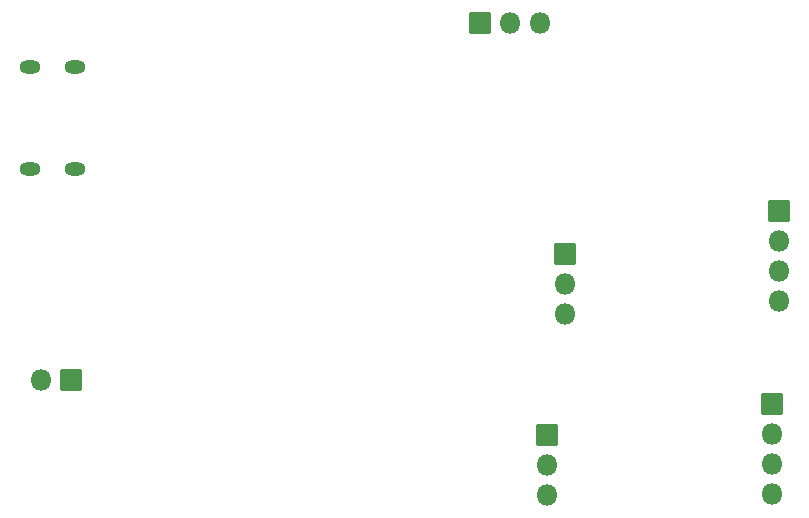
<source format=gbr>
%TF.GenerationSoftware,KiCad,Pcbnew,(6.0.4-0)*%
%TF.CreationDate,2022-10-18T14:28:54-06:00*%
%TF.ProjectId,HX711_710_711_720,48583731-315f-4373-9130-5f3731315f37,rev?*%
%TF.SameCoordinates,Original*%
%TF.FileFunction,Soldermask,Bot*%
%TF.FilePolarity,Negative*%
%FSLAX46Y46*%
G04 Gerber Fmt 4.6, Leading zero omitted, Abs format (unit mm)*
G04 Created by KiCad (PCBNEW (6.0.4-0)) date 2022-10-18 14:28:54*
%MOMM*%
%LPD*%
G01*
G04 APERTURE LIST*
G04 Aperture macros list*
%AMRoundRect*
0 Rectangle with rounded corners*
0 $1 Rounding radius*
0 $2 $3 $4 $5 $6 $7 $8 $9 X,Y pos of 4 corners*
0 Add a 4 corners polygon primitive as box body*
4,1,4,$2,$3,$4,$5,$6,$7,$8,$9,$2,$3,0*
0 Add four circle primitives for the rounded corners*
1,1,$1+$1,$2,$3*
1,1,$1+$1,$4,$5*
1,1,$1+$1,$6,$7*
1,1,$1+$1,$8,$9*
0 Add four rect primitives between the rounded corners*
20,1,$1+$1,$2,$3,$4,$5,0*
20,1,$1+$1,$4,$5,$6,$7,0*
20,1,$1+$1,$6,$7,$8,$9,0*
20,1,$1+$1,$8,$9,$2,$3,0*%
G04 Aperture macros list end*
%ADD10RoundRect,0.051000X-0.850000X0.850000X-0.850000X-0.850000X0.850000X-0.850000X0.850000X0.850000X0*%
%ADD11O,1.802000X1.802000*%
%ADD12RoundRect,0.051000X-0.850000X-0.850000X0.850000X-0.850000X0.850000X0.850000X-0.850000X0.850000X0*%
%ADD13O,1.802000X1.102000*%
%ADD14RoundRect,0.051000X0.850000X-0.850000X0.850000X0.850000X-0.850000X0.850000X-0.850000X-0.850000X0*%
G04 APERTURE END LIST*
D10*
%TO.C,J4*%
X116300000Y-85200000D03*
D11*
X113760000Y-85200000D03*
%TD*%
D12*
%TO.C,J11*%
X175625000Y-87200000D03*
D11*
X175625000Y-89740000D03*
X175625000Y-92280000D03*
X175625000Y-94820000D03*
%TD*%
D12*
%TO.C,J10*%
X176225000Y-70900000D03*
D11*
X176225000Y-73440000D03*
X176225000Y-75980000D03*
X176225000Y-78520000D03*
%TD*%
D13*
%TO.C,J12*%
X112790000Y-58680000D03*
X112790000Y-67320000D03*
X116590000Y-67320000D03*
X116590000Y-58680000D03*
%TD*%
D14*
%TO.C,J1*%
X150875000Y-54975000D03*
D11*
X153415000Y-54975000D03*
X155955000Y-54975000D03*
%TD*%
D12*
%TO.C,J8*%
X156600000Y-89860000D03*
D11*
X156600000Y-92400000D03*
X156600000Y-94940000D03*
%TD*%
D12*
%TO.C,J9*%
X158124999Y-74534999D03*
D11*
X158124999Y-77074999D03*
X158124999Y-79614999D03*
%TD*%
M02*

</source>
